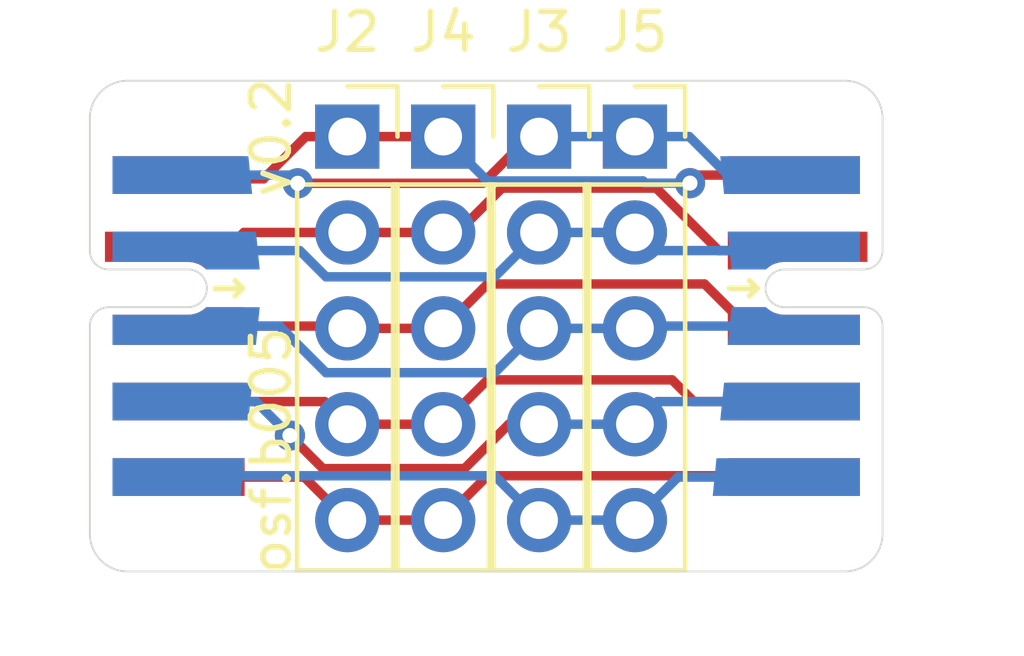
<source format=kicad_pcb>
(kicad_pcb (version 20171130) (host pcbnew "(5.1.9)-1")

  (general
    (thickness 1.6)
    (drawings 12)
    (tracks 79)
    (zones 0)
    (modules 6)
    (nets 11)
  )

  (page A4)
  (layers
    (0 F.Cu signal)
    (1 In1.Cu signal)
    (2 In2.Cu signal)
    (31 B.Cu signal)
    (32 B.Adhes user)
    (33 F.Adhes user)
    (34 B.Paste user)
    (35 F.Paste user)
    (36 B.SilkS user)
    (37 F.SilkS user)
    (38 B.Mask user)
    (39 F.Mask user)
    (40 Dwgs.User user)
    (41 Cmts.User user)
    (42 Eco1.User user)
    (43 Eco2.User user)
    (44 Edge.Cuts user)
    (45 Margin user)
    (46 B.CrtYd user)
    (47 F.CrtYd user)
    (48 B.Fab user)
    (49 F.Fab user)
  )

  (setup
    (last_trace_width 0.25)
    (user_trace_width 0.3)
    (user_trace_width 0.4)
    (trace_clearance 0.2)
    (zone_clearance 0.508)
    (zone_45_only no)
    (trace_min 0.2)
    (via_size 0.8)
    (via_drill 0.4)
    (via_min_size 0.4)
    (via_min_drill 0.3)
    (uvia_size 0.3)
    (uvia_drill 0.1)
    (uvias_allowed no)
    (uvia_min_size 0.2)
    (uvia_min_drill 0.1)
    (edge_width 0.05)
    (segment_width 0.2)
    (pcb_text_width 0.3)
    (pcb_text_size 1.5 1.5)
    (mod_edge_width 0.12)
    (mod_text_size 1 1)
    (mod_text_width 0.15)
    (pad_size 1.524 1.524)
    (pad_drill 0.762)
    (pad_to_mask_clearance 0.051)
    (solder_mask_min_width 0.25)
    (aux_axis_origin 0 0)
    (visible_elements 7FFFFFFF)
    (pcbplotparams
      (layerselection 0x010fc_ffffffff)
      (usegerberextensions false)
      (usegerberattributes false)
      (usegerberadvancedattributes false)
      (creategerberjobfile false)
      (excludeedgelayer true)
      (linewidth 0.100000)
      (plotframeref false)
      (viasonmask false)
      (mode 1)
      (useauxorigin false)
      (hpglpennumber 1)
      (hpglpenspeed 20)
      (hpglpendiameter 15.000000)
      (psnegative false)
      (psa4output false)
      (plotreference true)
      (plotvalue true)
      (plotinvisibletext false)
      (padsonsilk false)
      (subtractmaskfromsilk false)
      (outputformat 1)
      (mirror false)
      (drillshape 0)
      (scaleselection 1)
      (outputdirectory "gerber"))
  )

  (net 0 "")
  (net 1 "Net-(J1-Pad1)")
  (net 2 "Net-(J1-Pad2)")
  (net 3 "Net-(J1-Pad4)")
  (net 4 "Net-(J1-Pad3)")
  (net 5 "Net-(J1-Pad10)")
  (net 6 "Net-(J1-Pad6)")
  (net 7 "Net-(J1-Pad8)")
  (net 8 "Net-(J1-Pad9)")
  (net 9 "Net-(J1-Pad7)")
  (net 10 "Net-(J1-Pad5)")

  (net_class Default "This is the default net class."
    (clearance 0.2)
    (trace_width 0.25)
    (via_dia 0.8)
    (via_drill 0.4)
    (uvia_dia 0.3)
    (uvia_drill 0.1)
    (add_net "Net-(J1-Pad1)")
    (add_net "Net-(J1-Pad10)")
    (add_net "Net-(J1-Pad2)")
    (add_net "Net-(J1-Pad3)")
    (add_net "Net-(J1-Pad4)")
    (add_net "Net-(J1-Pad5)")
    (add_net "Net-(J1-Pad6)")
    (add_net "Net-(J1-Pad7)")
    (add_net "Net-(J1-Pad8)")
    (add_net "Net-(J1-Pad9)")
  )

  (module on_edge:on_edge_2x05_host (layer F.Cu) (tedit 607DF692) (tstamp 60249BA1)
    (at 161.5 99 270)
    (path /602592E9)
    (attr virtual)
    (fp_text reference J6 (at 0.05 -3.2 180 unlocked) (layer F.Fab)
      (effects (font (size 0.5 0.5) (thickness 0.125)))
    )
    (fp_text value Conn_01x10_Male (at -1.2 -2 90) (layer F.Fab)
      (effects (font (size 1 1) (thickness 0.15)))
    )
    (fp_line (start -1 4.05) (end -1 3.323) (layer F.SilkS) (width 0.153))
    (fp_line (start -0.8 3.523) (end -1 3.323) (layer F.SilkS) (width 0.153))
    (fp_line (start -1 3.323) (end -1.2 3.523) (layer F.SilkS) (width 0.153))
    (fp_line (start -1.5 0.5) (end -1.5 2.6) (layer Edge.Cuts) (width 0.05))
    (fp_line (start -0.5 2.6) (end -0.5 0.5) (layer Edge.Cuts) (width 0.05))
    (fp_line (start -4 0) (end -2 0) (layer Edge.Cuts) (width 0.05))
    (fp_line (start 0 0) (end 4 0) (layer Edge.Cuts) (width 0.05))
    (fp_line (start -5 5) (end 5 5) (layer F.CrtYd) (width 0.05))
    (fp_line (start 5 5) (end 5 -0.5) (layer F.CrtYd) (width 0.05))
    (fp_line (start 5 -0.5) (end -5 -0.5) (layer F.CrtYd) (width 0.05))
    (fp_line (start -5 -0.5) (end -5 5) (layer F.CrtYd) (width 0.05))
    (fp_line (start 5 5) (end -5 5) (layer B.CrtYd) (width 0.05))
    (fp_line (start -5 5) (end -5 -0.5) (layer B.CrtYd) (width 0.05))
    (fp_line (start -5 -0.5) (end 5 -0.5) (layer B.CrtYd) (width 0.05))
    (fp_line (start 5 -0.5) (end 5 5) (layer B.CrtYd) (width 0.05))
    (fp_arc (start 0 0.5) (end 0 0) (angle -90) (layer Edge.Cuts) (width 0.05))
    (fp_arc (start -2 0.5) (end -1.5 0.5) (angle -90) (layer Edge.Cuts) (width 0.05))
    (fp_arc (start -1 2.6) (end -1.5 2.6) (angle -180) (layer Edge.Cuts) (width 0.05))
    (pad 2 smd custom (at -2 3.6 270) (size 1 1) (layers F.Cu F.Mask)
      (net 2 "Net-(J1-Pad2)") (zone_connect 0)
      (options (clearance outline) (anchor rect))
      (primitives
        (gr_poly (pts
           (xy 0.3 -0.99) (xy 0.31 -0.88) (xy 0.33 -0.8) (xy 0.35 -0.74) (xy 0.37 -0.69)
           (xy 0.4 -0.64) (xy 0.44 -0.58) (xy 0.48 -0.53) (xy 0.5 -0.51) (xy 0.5 0.5)
           (xy -0.5 0.5) (xy -0.5 -3.2) (xy 0.3 -3.2)) (width 0))
      ))
    (pad 3 smd custom (at 0 3.6 270) (size 1 1) (layers F.Cu F.Mask)
      (net 4 "Net-(J1-Pad3)") (zone_connect 0)
      (options (clearance outline) (anchor rect))
      (primitives
        (gr_poly (pts
           (xy -0.3 -0.99) (xy -0.31 -0.88) (xy -0.33 -0.8) (xy -0.35 -0.74) (xy -0.37 -0.69)
           (xy -0.4 -0.64) (xy -0.44 -0.58) (xy -0.48 -0.53) (xy -0.5 -0.51) (xy -0.5 0.5)
           (xy 0.5 0.5) (xy 0.5 -3) (xy -0.3 -3)) (width 0))
      ))
    (pad 8 smd custom (at 0 2.1 90) (size 0.4 0.4) (layers B.Cu B.Mask)
      (net 7 "Net-(J1-Pad8)") (zone_connect 0)
      (options (clearance outline) (anchor rect))
      (primitives
        (gr_poly (pts
           (xy 0.3 -0.51) (xy 0.31 -0.62) (xy 0.33 -0.7) (xy 0.35 -0.76) (xy 0.37 -0.81)
           (xy 0.4 -0.86) (xy 0.44 -0.92) (xy 0.48 -0.97) (xy 0.5 -0.99) (xy 0.5 -1.9)
           (xy -0.5 -2) (xy -0.5 1.5) (xy 0.3 1.5)) (width 0))
      ))
    (pad 7 smd custom (at -2 2.1 90) (size 0.4 0.4) (layers B.Cu B.Mask)
      (net 9 "Net-(J1-Pad7)") (zone_connect 0)
      (options (clearance outline) (anchor rect))
      (primitives
        (gr_poly (pts
           (xy -0.3 -0.51) (xy -0.31 -0.62) (xy -0.33 -0.7) (xy -0.35 -0.76) (xy -0.37 -0.81)
           (xy -0.4 -0.86) (xy -0.44 -0.92) (xy -0.48 -0.97) (xy -0.5 -0.99) (xy -0.5 -1.9)
           (xy 0.5 -2) (xy 0.5 1.5) (xy -0.3 1.5)) (width 0))
      ))
    (pad 4 smd rect (at 2 2.35 270) (size 1 3.5) (layers F.Cu F.Mask)
      (net 3 "Net-(J1-Pad4)") (zone_connect 0))
    (pad 10 smd custom (at 4 2.5 90) (size 1 3.8) (layers B.Cu B.Mask)
      (net 5 "Net-(J1-Pad10)") (zone_connect 0)
      (options (clearance outline) (anchor rect))
      (primitives
        (gr_poly (pts
           (xy 0.5 -1.9) (xy -0.5 -2) (xy -0.5 -1.9)) (width 0))
      ))
    (pad 9 smd custom (at 2 2.4 90) (size 1 3.6) (layers B.Cu B.Mask)
      (net 8 "Net-(J1-Pad9)") (zone_connect 0)
      (options (clearance outline) (anchor rect))
      (primitives
        (gr_poly (pts
           (xy 0.5 -1.8) (xy -0.5 -1.9) (xy -0.5 -1.8)) (width 0))
      ))
    (pad 6 smd custom (at -4 2.4 90) (size 1 3.6) (layers B.Cu B.Mask)
      (net 6 "Net-(J1-Pad6)") (zone_connect 0)
      (options (clearance outline) (anchor rect))
      (primitives
        (gr_poly (pts
           (xy 0.5 -1.8) (xy 0.5 -1.9) (xy -0.5 -1.8)) (width 0))
      ))
    (pad 5 smd rect (at 4 2.35 270) (size 1 3.5) (layers F.Cu F.Mask)
      (net 10 "Net-(J1-Pad5)") (zone_connect 0))
    (pad 1 smd rect (at -4 2.35 270) (size 1 3.5) (layers F.Cu F.Mask)
      (net 1 "Net-(J1-Pad1)") (zone_connect 0))
  )

  (module Connector_PinSocket_2.54mm:PinSocket_1x05_P2.54mm_Vertical (layer F.Cu) (tedit 5A19A420) (tstamp 6024940F)
    (at 154.94 93.98)
    (descr "Through hole straight socket strip, 1x05, 2.54mm pitch, single row (from Kicad 4.0.7), script generated")
    (tags "Through hole socket strip THT 1x05 2.54mm single row")
    (path /60253DD5)
    (fp_text reference J5 (at 0 -2.77) (layer F.SilkS)
      (effects (font (size 1 1) (thickness 0.15)))
    )
    (fp_text value Conn_01x05_Male (at 0 12.93) (layer F.Fab)
      (effects (font (size 1 1) (thickness 0.15)))
    )
    (fp_line (start -1.8 11.9) (end -1.8 -1.8) (layer F.CrtYd) (width 0.05))
    (fp_line (start 1.75 11.9) (end -1.8 11.9) (layer F.CrtYd) (width 0.05))
    (fp_line (start 1.75 -1.8) (end 1.75 11.9) (layer F.CrtYd) (width 0.05))
    (fp_line (start -1.8 -1.8) (end 1.75 -1.8) (layer F.CrtYd) (width 0.05))
    (fp_line (start 0 -1.33) (end 1.33 -1.33) (layer F.SilkS) (width 0.12))
    (fp_line (start 1.33 -1.33) (end 1.33 0) (layer F.SilkS) (width 0.12))
    (fp_line (start 1.33 1.27) (end 1.33 11.49) (layer F.SilkS) (width 0.12))
    (fp_line (start -1.33 11.49) (end 1.33 11.49) (layer F.SilkS) (width 0.12))
    (fp_line (start -1.33 1.27) (end -1.33 11.49) (layer F.SilkS) (width 0.12))
    (fp_line (start -1.33 1.27) (end 1.33 1.27) (layer F.SilkS) (width 0.12))
    (fp_line (start -1.27 11.43) (end -1.27 -1.27) (layer F.Fab) (width 0.1))
    (fp_line (start 1.27 11.43) (end -1.27 11.43) (layer F.Fab) (width 0.1))
    (fp_line (start 1.27 -0.635) (end 1.27 11.43) (layer F.Fab) (width 0.1))
    (fp_line (start 0.635 -1.27) (end 1.27 -0.635) (layer F.Fab) (width 0.1))
    (fp_line (start -1.27 -1.27) (end 0.635 -1.27) (layer F.Fab) (width 0.1))
    (fp_text user %R (at 0 5.08 90) (layer F.Fab)
      (effects (font (size 1 1) (thickness 0.15)))
    )
    (pad 5 thru_hole oval (at 0 10.16) (size 1.7 1.7) (drill 1) (layers *.Cu *.Mask)
      (net 5 "Net-(J1-Pad10)"))
    (pad 4 thru_hole oval (at 0 7.62) (size 1.7 1.7) (drill 1) (layers *.Cu *.Mask)
      (net 8 "Net-(J1-Pad9)"))
    (pad 3 thru_hole oval (at 0 5.08) (size 1.7 1.7) (drill 1) (layers *.Cu *.Mask)
      (net 7 "Net-(J1-Pad8)"))
    (pad 2 thru_hole oval (at 0 2.54) (size 1.7 1.7) (drill 1) (layers *.Cu *.Mask)
      (net 9 "Net-(J1-Pad7)"))
    (pad 1 thru_hole rect (at 0 0) (size 1.7 1.7) (drill 1) (layers *.Cu *.Mask)
      (net 6 "Net-(J1-Pad6)"))
    (model ${KISYS3DMOD}/Connector_PinSocket_2.54mm.3dshapes/PinSocket_1x05_P2.54mm_Vertical.wrl
      (at (xyz 0 0 0))
      (scale (xyz 1 1 1))
      (rotate (xyz 0 0 0))
    )
  )

  (module Connector_PinSocket_2.54mm:PinSocket_1x05_P2.54mm_Vertical (layer F.Cu) (tedit 5A19A420) (tstamp 602493F6)
    (at 149.86 93.98)
    (descr "Through hole straight socket strip, 1x05, 2.54mm pitch, single row (from Kicad 4.0.7), script generated")
    (tags "Through hole socket strip THT 1x05 2.54mm single row")
    (path /60252352)
    (fp_text reference J4 (at 0 -2.77) (layer F.SilkS)
      (effects (font (size 1 1) (thickness 0.15)))
    )
    (fp_text value Conn_01x05_Male (at 0 12.93) (layer F.Fab)
      (effects (font (size 1 1) (thickness 0.15)))
    )
    (fp_line (start -1.8 11.9) (end -1.8 -1.8) (layer F.CrtYd) (width 0.05))
    (fp_line (start 1.75 11.9) (end -1.8 11.9) (layer F.CrtYd) (width 0.05))
    (fp_line (start 1.75 -1.8) (end 1.75 11.9) (layer F.CrtYd) (width 0.05))
    (fp_line (start -1.8 -1.8) (end 1.75 -1.8) (layer F.CrtYd) (width 0.05))
    (fp_line (start 0 -1.33) (end 1.33 -1.33) (layer F.SilkS) (width 0.12))
    (fp_line (start 1.33 -1.33) (end 1.33 0) (layer F.SilkS) (width 0.12))
    (fp_line (start 1.33 1.27) (end 1.33 11.49) (layer F.SilkS) (width 0.12))
    (fp_line (start -1.33 11.49) (end 1.33 11.49) (layer F.SilkS) (width 0.12))
    (fp_line (start -1.33 1.27) (end -1.33 11.49) (layer F.SilkS) (width 0.12))
    (fp_line (start -1.33 1.27) (end 1.33 1.27) (layer F.SilkS) (width 0.12))
    (fp_line (start -1.27 11.43) (end -1.27 -1.27) (layer F.Fab) (width 0.1))
    (fp_line (start 1.27 11.43) (end -1.27 11.43) (layer F.Fab) (width 0.1))
    (fp_line (start 1.27 -0.635) (end 1.27 11.43) (layer F.Fab) (width 0.1))
    (fp_line (start 0.635 -1.27) (end 1.27 -0.635) (layer F.Fab) (width 0.1))
    (fp_line (start -1.27 -1.27) (end 0.635 -1.27) (layer F.Fab) (width 0.1))
    (fp_text user %R (at 0 5.08 90) (layer F.Fab)
      (effects (font (size 1 1) (thickness 0.15)))
    )
    (pad 5 thru_hole oval (at 0 10.16) (size 1.7 1.7) (drill 1) (layers *.Cu *.Mask)
      (net 10 "Net-(J1-Pad5)"))
    (pad 4 thru_hole oval (at 0 7.62) (size 1.7 1.7) (drill 1) (layers *.Cu *.Mask)
      (net 3 "Net-(J1-Pad4)"))
    (pad 3 thru_hole oval (at 0 5.08) (size 1.7 1.7) (drill 1) (layers *.Cu *.Mask)
      (net 4 "Net-(J1-Pad3)"))
    (pad 2 thru_hole oval (at 0 2.54) (size 1.7 1.7) (drill 1) (layers *.Cu *.Mask)
      (net 2 "Net-(J1-Pad2)"))
    (pad 1 thru_hole rect (at 0 0) (size 1.7 1.7) (drill 1) (layers *.Cu *.Mask)
      (net 1 "Net-(J1-Pad1)"))
    (model ${KISYS3DMOD}/Connector_PinSocket_2.54mm.3dshapes/PinSocket_1x05_P2.54mm_Vertical.wrl
      (at (xyz 0 0 0))
      (scale (xyz 1 1 1))
      (rotate (xyz 0 0 0))
    )
  )

  (module Connector_PinSocket_2.54mm:PinSocket_1x05_P2.54mm_Vertical (layer F.Cu) (tedit 5A19A420) (tstamp 602493DD)
    (at 152.4 93.98)
    (descr "Through hole straight socket strip, 1x05, 2.54mm pitch, single row (from Kicad 4.0.7), script generated")
    (tags "Through hole socket strip THT 1x05 2.54mm single row")
    (path /60253690)
    (fp_text reference J3 (at 0 -2.77) (layer F.SilkS)
      (effects (font (size 1 1) (thickness 0.15)))
    )
    (fp_text value Conn_01x05_Male (at 0 12.93) (layer F.Fab)
      (effects (font (size 1 1) (thickness 0.15)))
    )
    (fp_line (start -1.8 11.9) (end -1.8 -1.8) (layer F.CrtYd) (width 0.05))
    (fp_line (start 1.75 11.9) (end -1.8 11.9) (layer F.CrtYd) (width 0.05))
    (fp_line (start 1.75 -1.8) (end 1.75 11.9) (layer F.CrtYd) (width 0.05))
    (fp_line (start -1.8 -1.8) (end 1.75 -1.8) (layer F.CrtYd) (width 0.05))
    (fp_line (start 0 -1.33) (end 1.33 -1.33) (layer F.SilkS) (width 0.12))
    (fp_line (start 1.33 -1.33) (end 1.33 0) (layer F.SilkS) (width 0.12))
    (fp_line (start 1.33 1.27) (end 1.33 11.49) (layer F.SilkS) (width 0.12))
    (fp_line (start -1.33 11.49) (end 1.33 11.49) (layer F.SilkS) (width 0.12))
    (fp_line (start -1.33 1.27) (end -1.33 11.49) (layer F.SilkS) (width 0.12))
    (fp_line (start -1.33 1.27) (end 1.33 1.27) (layer F.SilkS) (width 0.12))
    (fp_line (start -1.27 11.43) (end -1.27 -1.27) (layer F.Fab) (width 0.1))
    (fp_line (start 1.27 11.43) (end -1.27 11.43) (layer F.Fab) (width 0.1))
    (fp_line (start 1.27 -0.635) (end 1.27 11.43) (layer F.Fab) (width 0.1))
    (fp_line (start 0.635 -1.27) (end 1.27 -0.635) (layer F.Fab) (width 0.1))
    (fp_line (start -1.27 -1.27) (end 0.635 -1.27) (layer F.Fab) (width 0.1))
    (fp_text user %R (at 0 5.08 90) (layer F.Fab)
      (effects (font (size 1 1) (thickness 0.15)))
    )
    (pad 5 thru_hole oval (at 0 10.16) (size 1.7 1.7) (drill 1) (layers *.Cu *.Mask)
      (net 5 "Net-(J1-Pad10)"))
    (pad 4 thru_hole oval (at 0 7.62) (size 1.7 1.7) (drill 1) (layers *.Cu *.Mask)
      (net 8 "Net-(J1-Pad9)"))
    (pad 3 thru_hole oval (at 0 5.08) (size 1.7 1.7) (drill 1) (layers *.Cu *.Mask)
      (net 7 "Net-(J1-Pad8)"))
    (pad 2 thru_hole oval (at 0 2.54) (size 1.7 1.7) (drill 1) (layers *.Cu *.Mask)
      (net 9 "Net-(J1-Pad7)"))
    (pad 1 thru_hole rect (at 0 0) (size 1.7 1.7) (drill 1) (layers *.Cu *.Mask)
      (net 6 "Net-(J1-Pad6)"))
    (model ${KISYS3DMOD}/Connector_PinSocket_2.54mm.3dshapes/PinSocket_1x05_P2.54mm_Vertical.wrl
      (at (xyz 0 0 0))
      (scale (xyz 1 1 1))
      (rotate (xyz 0 0 0))
    )
  )

  (module Connector_PinSocket_2.54mm:PinSocket_1x05_P2.54mm_Vertical (layer F.Cu) (tedit 5A19A420) (tstamp 602493C4)
    (at 147.32 93.98)
    (descr "Through hole straight socket strip, 1x05, 2.54mm pitch, single row (from Kicad 4.0.7), script generated")
    (tags "Through hole socket strip THT 1x05 2.54mm single row")
    (path /60252E83)
    (fp_text reference J2 (at 0 -2.77) (layer F.SilkS)
      (effects (font (size 1 1) (thickness 0.15)))
    )
    (fp_text value Conn_01x05_Male (at 0 12.93) (layer F.Fab)
      (effects (font (size 1 1) (thickness 0.15)))
    )
    (fp_line (start -1.8 11.9) (end -1.8 -1.8) (layer F.CrtYd) (width 0.05))
    (fp_line (start 1.75 11.9) (end -1.8 11.9) (layer F.CrtYd) (width 0.05))
    (fp_line (start 1.75 -1.8) (end 1.75 11.9) (layer F.CrtYd) (width 0.05))
    (fp_line (start -1.8 -1.8) (end 1.75 -1.8) (layer F.CrtYd) (width 0.05))
    (fp_line (start 0 -1.33) (end 1.33 -1.33) (layer F.SilkS) (width 0.12))
    (fp_line (start 1.33 -1.33) (end 1.33 0) (layer F.SilkS) (width 0.12))
    (fp_line (start 1.33 1.27) (end 1.33 11.49) (layer F.SilkS) (width 0.12))
    (fp_line (start -1.33 11.49) (end 1.33 11.49) (layer F.SilkS) (width 0.12))
    (fp_line (start -1.33 1.27) (end -1.33 11.49) (layer F.SilkS) (width 0.12))
    (fp_line (start -1.33 1.27) (end 1.33 1.27) (layer F.SilkS) (width 0.12))
    (fp_line (start -1.27 11.43) (end -1.27 -1.27) (layer F.Fab) (width 0.1))
    (fp_line (start 1.27 11.43) (end -1.27 11.43) (layer F.Fab) (width 0.1))
    (fp_line (start 1.27 -0.635) (end 1.27 11.43) (layer F.Fab) (width 0.1))
    (fp_line (start 0.635 -1.27) (end 1.27 -0.635) (layer F.Fab) (width 0.1))
    (fp_line (start -1.27 -1.27) (end 0.635 -1.27) (layer F.Fab) (width 0.1))
    (fp_text user %R (at 0 5.08 90) (layer F.Fab)
      (effects (font (size 1 1) (thickness 0.15)))
    )
    (pad 5 thru_hole oval (at 0 10.16) (size 1.7 1.7) (drill 1) (layers *.Cu *.Mask)
      (net 10 "Net-(J1-Pad5)"))
    (pad 4 thru_hole oval (at 0 7.62) (size 1.7 1.7) (drill 1) (layers *.Cu *.Mask)
      (net 3 "Net-(J1-Pad4)"))
    (pad 3 thru_hole oval (at 0 5.08) (size 1.7 1.7) (drill 1) (layers *.Cu *.Mask)
      (net 4 "Net-(J1-Pad3)"))
    (pad 2 thru_hole oval (at 0 2.54) (size 1.7 1.7) (drill 1) (layers *.Cu *.Mask)
      (net 2 "Net-(J1-Pad2)"))
    (pad 1 thru_hole rect (at 0 0) (size 1.7 1.7) (drill 1) (layers *.Cu *.Mask)
      (net 1 "Net-(J1-Pad1)"))
    (model ${KISYS3DMOD}/Connector_PinSocket_2.54mm.3dshapes/PinSocket_1x05_P2.54mm_Vertical.wrl
      (at (xyz 0 0 0))
      (scale (xyz 1 1 1))
      (rotate (xyz 0 0 0))
    )
  )

  (module on_edge:on_edge_2x05_device (layer F.Cu) (tedit 607DF540) (tstamp 60248E78)
    (at 140.5 99 270)
    (path /602487D2)
    (attr virtual)
    (fp_text reference J1 (at 0 1.2 270 unlocked) (layer F.Fab)
      (effects (font (size 0.5 0.5) (thickness 0.05)))
    )
    (fp_text value Conn_01x10_Male (at 0 2 270 unlocked) (layer F.Fab)
      (effects (font (size 0.5 0.5) (thickness 0.05)))
    )
    (fp_line (start 5 0.5) (end 5 -5) (layer B.CrtYd) (width 0.05))
    (fp_line (start -5 0.5) (end 5 0.5) (layer B.CrtYd) (width 0.05))
    (fp_line (start -5 -5) (end -5 0.5) (layer B.CrtYd) (width 0.05))
    (fp_line (start 5 -5) (end -5 -5) (layer B.CrtYd) (width 0.05))
    (fp_line (start -5 0.5) (end -5 -5) (layer F.CrtYd) (width 0.05))
    (fp_line (start 5 0.5) (end -5 0.5) (layer F.CrtYd) (width 0.05))
    (fp_line (start 5 -5) (end 5 0.5) (layer F.CrtYd) (width 0.05))
    (fp_line (start -5 -5) (end 5 -5) (layer F.CrtYd) (width 0.05))
    (fp_line (start 0 0) (end 4 0) (layer Edge.Cuts) (width 0.05))
    (fp_line (start -4 0) (end -2 0) (layer Edge.Cuts) (width 0.05))
    (fp_line (start -1 -4.05) (end -1 -3.323) (layer F.SilkS) (width 0.153))
    (fp_line (start -1 -4.05) (end -0.8 -3.85) (layer F.SilkS) (width 0.153))
    (fp_line (start -1.2 -3.85) (end -1 -4.05) (layer F.SilkS) (width 0.153))
    (fp_line (start -0.5 -0.5) (end -0.5 -2.6) (layer Edge.Cuts) (width 0.05))
    (fp_line (start -1.5 -2.6) (end -1.5 -0.5) (layer Edge.Cuts) (width 0.05))
    (fp_arc (start -2 -0.5) (end -2 0) (angle -90) (layer Edge.Cuts) (width 0.05))
    (fp_arc (start 0 -0.5) (end -0.5 -0.5) (angle -90) (layer Edge.Cuts) (width 0.05))
    (fp_arc (start -1 -2.6) (end -0.5 -2.6) (angle -180) (layer Edge.Cuts) (width 0.05))
    (pad 2 smd custom (at -2 -3.6 270) (size 1 1) (layers F.Cu F.Mask)
      (net 2 "Net-(J1-Pad2)") (zone_connect 0)
      (options (clearance outline) (anchor rect))
      (primitives
        (gr_poly (pts
           (xy 0.3 1) (xy 0.31 0.89) (xy 0.33 0.81) (xy 0.35 0.75) (xy 0.37 0.7)
           (xy 0.4 0.65) (xy 0.44 0.59) (xy 0.48 0.54) (xy 0.5 0.52) (xy 0.5 -0.5)
           (xy -0.5 -0.5) (xy -0.5 3.2) (xy 0.3 3.2)) (width 0))
      ))
    (pad 3 smd custom (at 0 -3.6 270) (size 1 1) (layers F.Cu F.Mask)
      (net 4 "Net-(J1-Pad3)") (zone_connect 0)
      (options (clearance outline) (anchor rect))
      (primitives
        (gr_poly (pts
           (xy -0.3 1) (xy -0.31 0.89) (xy -0.33 0.81) (xy -0.35 0.75) (xy -0.37 0.7)
           (xy -0.4 0.65) (xy -0.44 0.59) (xy -0.48 0.54) (xy -0.5 0.52) (xy -0.5 -0.5)
           (xy 0.5 -0.5) (xy 0.5 3) (xy -0.3 3)) (width 0))
      ))
    (pad 8 smd custom (at 0 -2.1 270) (size 0.4 0.4) (layers B.Cu B.Mask)
      (net 7 "Net-(J1-Pad8)") (zone_connect 0)
      (options (clearance outline) (anchor rect))
      (primitives
        (gr_poly (pts
           (xy -0.3 -0.51) (xy -0.31 -0.62) (xy -0.33 -0.7) (xy -0.35 -0.76) (xy -0.37 -0.81)
           (xy -0.4 -0.86) (xy -0.44 -0.92) (xy -0.48 -0.97) (xy -0.5 -0.99) (xy -0.5 -2.4)
           (xy 0.5 -2.3) (xy 0.5 1.5) (xy -0.3 1.5)) (width 0))
      ))
    (pad 7 smd custom (at -2 -2.1 270) (size 0.4 0.4) (layers B.Cu B.Mask)
      (net 9 "Net-(J1-Pad7)") (zone_connect 0)
      (options (clearance outline) (anchor rect))
      (primitives
        (gr_poly (pts
           (xy 0.3 -0.51) (xy 0.31 -0.62) (xy 0.33 -0.7) (xy 0.35 -0.76) (xy 0.37 -0.81)
           (xy 0.4 -0.86) (xy 0.44 -0.92) (xy 0.48 -0.97) (xy 0.5 -0.99) (xy 0.5 -2.4)
           (xy -0.5 -2.3) (xy -0.5 1.5) (xy 0.3 1.5)) (width 0))
      ))
    (pad 10 smd custom (at 4 -2.3 270) (size 1 3.4) (layers B.Cu B.Mask)
      (net 5 "Net-(J1-Pad10)") (zone_connect 0)
      (options (clearance outline) (anchor rect))
      (primitives
        (gr_poly (pts
           (xy -0.5 -1.7) (xy -0.5 -1.8) (xy 0.5 -1.7)) (width 0))
      ))
    (pad 9 smd custom (at 2 -2.4 270) (size 1 3.6) (layers B.Cu B.Mask)
      (net 8 "Net-(J1-Pad9)") (zone_connect 0)
      (options (clearance outline) (anchor rect))
      (primitives
        (gr_poly (pts
           (xy -0.5 -1.8) (xy -0.5 -1.9) (xy 0.5 -1.8)) (width 0))
      ))
    (pad 6 smd custom (at -4 -2.4 270) (size 1 3.6) (layers B.Cu B.Mask)
      (net 6 "Net-(J1-Pad6)") (zone_connect 0)
      (options (clearance outline) (anchor rect))
      (primitives
        (gr_poly (pts
           (xy 0.5 -1.8) (xy 0.5 -1.9) (xy -0.5 -1.8)) (width 0))
      ))
    (pad 5 smd rect (at 4 -2.35 90) (size 1 3.5) (layers F.Cu F.Mask)
      (net 10 "Net-(J1-Pad5)") (zone_connect 0))
    (pad 1 smd rect (at -4 -2.35 90) (size 1 3.5) (layers F.Cu F.Mask)
      (net 1 "Net-(J1-Pad1)") (zone_connect 0))
    (pad 4 smd rect (at 2 -2.35 90) (size 1 3.5) (layers F.Cu F.Mask)
      (net 3 "Net-(J1-Pad4)") (zone_connect 0))
  )

  (gr_text v0.2 (at 145.3 94 90) (layer F.SilkS)
    (effects (font (size 1 1) (thickness 0.15)))
  )
  (gr_text osf.b005 (at 145.3 102.3 90) (layer F.SilkS)
    (effects (font (size 1 1) (thickness 0.15)))
  )
  (gr_line (start 161.5 95) (end 161.5 93.5) (layer Edge.Cuts) (width 0.05) (tstamp 60249E70))
  (gr_line (start 160.5 92.5) (end 141.5 92.5) (layer Edge.Cuts) (width 0.05) (tstamp 60249784))
  (gr_line (start 161.5 104.5) (end 161.5 103) (layer Edge.Cuts) (width 0.05) (tstamp 60249783))
  (gr_arc (start 160.5 104.5) (end 160.5 105.5) (angle -90) (layer Edge.Cuts) (width 0.05) (tstamp 60249778))
  (gr_arc (start 160.5 93.5) (end 161.5 93.5) (angle -90) (layer Edge.Cuts) (width 0.05) (tstamp 60249778))
  (gr_arc (start 141.5 93.5) (end 141.5 92.5) (angle -90) (layer Edge.Cuts) (width 0.05) (tstamp 60249771))
  (gr_arc (start 141.5 104.5) (end 140.5 104.5) (angle -90) (layer Edge.Cuts) (width 0.05))
  (gr_line (start 141.5 105.5) (end 160.5 105.5) (layer Edge.Cuts) (width 0.05))
  (gr_line (start 140.5 104.5) (end 140.5 103) (layer Edge.Cuts) (width 0.05))
  (gr_line (start 140.5 95) (end 140.5 93.5) (layer Edge.Cuts) (width 0.05))

  (segment (start 147.32 93.98) (end 149.86 93.98) (width 0.25) (layer F.Cu) (net 1))
  (segment (start 145.1 95.1) (end 142.95 95.1) (width 0.25) (layer F.Cu) (net 1))
  (segment (start 146.22 93.98) (end 145.1 95.1) (width 0.25) (layer F.Cu) (net 1))
  (segment (start 142.95 95.1) (end 142.85 95) (width 0.25) (layer F.Cu) (net 1))
  (segment (start 147.32 93.98) (end 146.22 93.98) (width 0.25) (layer F.Cu) (net 1))
  (segment (start 151.035001 95.155001) (end 155.155001 95.155001) (width 0.25) (layer B.Cu) (net 1))
  (segment (start 149.86 93.98) (end 151.035001 95.155001) (width 0.25) (layer B.Cu) (net 1))
  (segment (start 155.213823 95.213823) (end 156.398144 95.213823) (width 0.25) (layer B.Cu) (net 1))
  (segment (start 155.155001 95.155001) (end 155.213823 95.213823) (width 0.25) (layer B.Cu) (net 1))
  (via (at 156.398144 95.213823) (size 0.8) (drill 0.4) (layers F.Cu B.Cu) (net 1))
  (segment (start 156.611967 95) (end 156.398144 95.213823) (width 0.25) (layer F.Cu) (net 1))
  (segment (start 159.15 95) (end 156.611967 95) (width 0.25) (layer F.Cu) (net 1))
  (segment (start 149.86 96.52) (end 147.32 96.52) (width 0.25) (layer F.Cu) (net 2))
  (segment (start 144.58 96.52) (end 144.1 97) (width 0.25) (layer F.Cu) (net 2))
  (segment (start 147.32 96.52) (end 144.58 96.52) (width 0.25) (layer F.Cu) (net 2))
  (segment (start 157.9 97) (end 157.159002 97) (width 0.25) (layer F.Cu) (net 2))
  (segment (start 157.159002 97) (end 155.504001 95.344999) (width 0.25) (layer F.Cu) (net 2))
  (segment (start 155.504001 95.344999) (end 151.416414 95.344999) (width 0.25) (layer F.Cu) (net 2))
  (segment (start 151.416414 95.344999) (end 150.241413 96.52) (width 0.25) (layer F.Cu) (net 2))
  (segment (start 150.241413 96.52) (end 149.86 96.52) (width 0.25) (layer F.Cu) (net 2))
  (segment (start 146.72 101) (end 147.32 101.6) (width 0.25) (layer F.Cu) (net 3))
  (segment (start 142.85 101) (end 146.72 101) (width 0.25) (layer F.Cu) (net 3))
  (segment (start 147.32 101.6) (end 149.86 101.6) (width 0.25) (layer F.Cu) (net 3))
  (segment (start 151.035001 100.424999) (end 155.924999 100.424999) (width 0.25) (layer F.Cu) (net 3))
  (segment (start 149.86 101.6) (end 151.035001 100.424999) (width 0.25) (layer F.Cu) (net 3))
  (segment (start 156.5 101) (end 159.15 101) (width 0.25) (layer F.Cu) (net 3))
  (segment (start 155.924999 100.424999) (end 156.5 101) (width 0.25) (layer F.Cu) (net 3))
  (segment (start 147.26 99) (end 147.32 99.06) (width 0.25) (layer F.Cu) (net 4))
  (segment (start 144.1 99) (end 147.26 99) (width 0.25) (layer F.Cu) (net 4))
  (segment (start 147.32 99.06) (end 149.86 99.06) (width 0.25) (layer F.Cu) (net 4))
  (segment (start 156.784999 97.884999) (end 157.9 99) (width 0.25) (layer F.Cu) (net 4))
  (segment (start 151.035001 97.884999) (end 156.784999 97.884999) (width 0.25) (layer F.Cu) (net 4))
  (segment (start 149.86 99.06) (end 151.035001 97.884999) (width 0.25) (layer F.Cu) (net 4))
  (segment (start 156.08 103) (end 154.94 104.14) (width 0.25) (layer B.Cu) (net 5))
  (segment (start 159 103) (end 156.08 103) (width 0.25) (layer B.Cu) (net 5))
  (segment (start 142.835001 102.964999) (end 142.8 103) (width 0.25) (layer B.Cu) (net 5))
  (segment (start 151.224999 102.964999) (end 142.835001 102.964999) (width 0.25) (layer B.Cu) (net 5))
  (segment (start 152.4 104.14) (end 151.224999 102.964999) (width 0.25) (layer B.Cu) (net 5))
  (segment (start 152.4 104.14) (end 154.94 104.14) (width 0.25) (layer B.Cu) (net 5))
  (segment (start 152.4 93.98) (end 154.94 93.98) (width 0.25) (layer B.Cu) (net 6))
  (segment (start 145.789998 95) (end 146.007659 95.217661) (width 0.25) (layer B.Cu) (net 6))
  (via (at 146.007659 95.217661) (size 0.8) (drill 0.4) (layers F.Cu B.Cu) (net 6))
  (segment (start 152.4 93.98) (end 152.145002 93.98) (width 0.25) (layer F.Cu) (net 6))
  (segment (start 152.145002 93.98) (end 150.907341 95.217661) (width 0.25) (layer F.Cu) (net 6))
  (segment (start 150.907341 95.217661) (end 146.007659 95.217661) (width 0.25) (layer F.Cu) (net 6))
  (segment (start 142.9 95) (end 145.789998 95) (width 0.25) (layer B.Cu) (net 6))
  (segment (start 156.38 93.98) (end 154.94 93.98) (width 0.25) (layer B.Cu) (net 6))
  (segment (start 157.4 95) (end 156.38 93.98) (width 0.25) (layer B.Cu) (net 6))
  (segment (start 159.1 95) (end 157.4 95) (width 0.25) (layer B.Cu) (net 6))
  (segment (start 152.4 99.06) (end 154.94 99.06) (width 0.25) (layer B.Cu) (net 7))
  (segment (start 155 99) (end 154.94 99.06) (width 0.25) (layer B.Cu) (net 7))
  (segment (start 159.4 99) (end 155 99) (width 0.25) (layer B.Cu) (net 7))
  (segment (start 151.224999 100.235001) (end 152.4 99.06) (width 0.25) (layer B.Cu) (net 7))
  (segment (start 146.755999 100.235001) (end 151.224999 100.235001) (width 0.25) (layer B.Cu) (net 7))
  (segment (start 145.520998 99) (end 146.755999 100.235001) (width 0.25) (layer B.Cu) (net 7))
  (segment (start 142.6 99) (end 145.520998 99) (width 0.25) (layer B.Cu) (net 7))
  (segment (start 152.4 101.6) (end 154.94 101.6) (width 0.25) (layer B.Cu) (net 8))
  (segment (start 155.54 101) (end 154.94 101.6) (width 0.25) (layer B.Cu) (net 8))
  (segment (start 159.1 101) (end 155.54 101) (width 0.25) (layer B.Cu) (net 8))
  (segment (start 146.675001 102.775001) (end 145.8 101.9) (width 0.25) (layer F.Cu) (net 8))
  (segment (start 150.424001 102.775001) (end 146.675001 102.775001) (width 0.25) (layer F.Cu) (net 8))
  (via (at 145.8 101.9) (size 0.8) (drill 0.4) (layers F.Cu B.Cu) (net 8))
  (segment (start 151.599002 101.6) (end 150.424001 102.775001) (width 0.25) (layer F.Cu) (net 8))
  (segment (start 152.4 101.6) (end 151.599002 101.6) (width 0.25) (layer F.Cu) (net 8))
  (segment (start 144.9 101) (end 142.9 101) (width 0.25) (layer B.Cu) (net 8))
  (segment (start 145.8 101.9) (end 144.9 101) (width 0.25) (layer B.Cu) (net 8))
  (segment (start 152.4 96.52) (end 154.94 96.52) (width 0.25) (layer B.Cu) (net 9))
  (segment (start 155.42 97) (end 154.94 96.52) (width 0.25) (layer B.Cu) (net 9))
  (segment (start 159.4 97) (end 155.42 97) (width 0.25) (layer B.Cu) (net 9))
  (segment (start 151.224999 97.695001) (end 152.4 96.52) (width 0.25) (layer B.Cu) (net 9))
  (segment (start 146.755999 97.695001) (end 151.224999 97.695001) (width 0.25) (layer B.Cu) (net 9))
  (segment (start 146.060998 97) (end 146.755999 97.695001) (width 0.25) (layer B.Cu) (net 9))
  (segment (start 142.6 97) (end 146.060998 97) (width 0.25) (layer B.Cu) (net 9))
  (segment (start 146.18 103) (end 147.32 104.14) (width 0.25) (layer F.Cu) (net 10))
  (segment (start 142.85 103) (end 146.18 103) (width 0.25) (layer F.Cu) (net 10))
  (segment (start 147.32 104.14) (end 149.86 104.14) (width 0.25) (layer F.Cu) (net 10))
  (segment (start 159.114999 102.964999) (end 159.15 103) (width 0.25) (layer F.Cu) (net 10))
  (segment (start 151.035001 102.964999) (end 159.114999 102.964999) (width 0.25) (layer F.Cu) (net 10))
  (segment (start 149.86 104.14) (end 151.035001 102.964999) (width 0.25) (layer F.Cu) (net 10))

)

</source>
